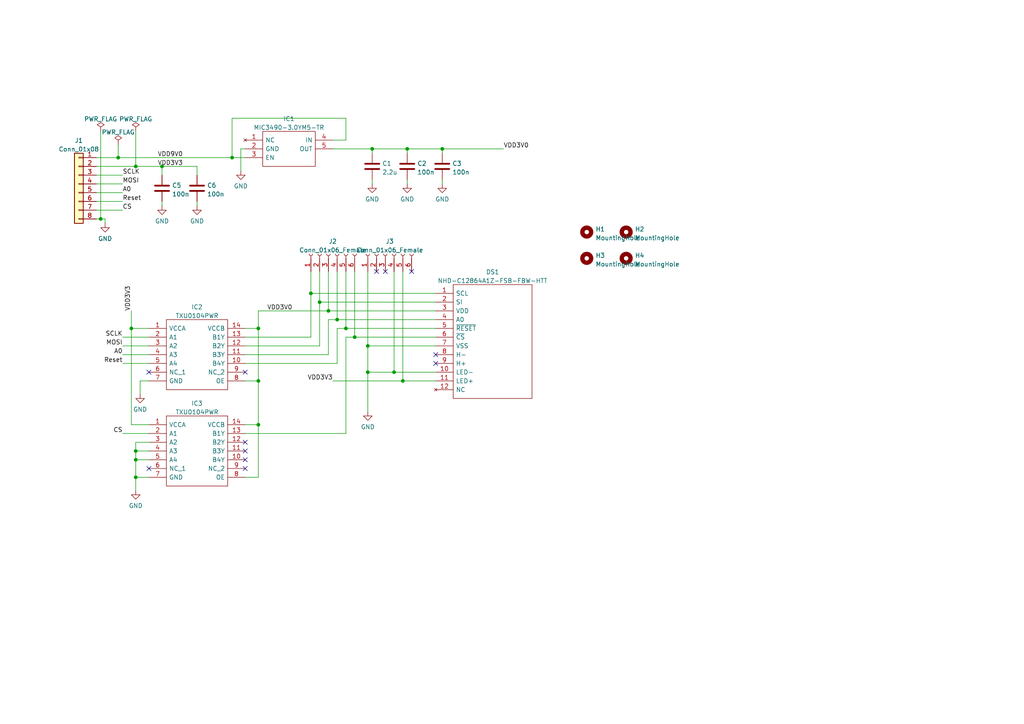
<source format=kicad_sch>
(kicad_sch (version 20211123) (generator eeschema)
  (paper "A4")
  (lib_symbols
    (symbol "Connector:Conn_01x06_Female" (pin_names (offset 1.016) hide)
      (property "Reference" "J" (at 0 7.62 0))
      (property "Value" "Conn_01x06_Female" (at 0 -10.16 0))
      (symbol "Conn_01x06_Female_1_1"
        (arc (start 0 -7.112) (mid -0.508 -7.62) (end 0 -8.128) (stroke (width 0.1524)))
        (arc (start 0 -4.572) (mid -0.508 -5.08) (end 0 -5.588) (stroke (width 0.1524)))
        (arc (start 0 -2.032) (mid -0.508 -2.54) (end 0 -3.048) (stroke (width 0.1524)))
        (polyline (pts (xy -1.27 -7.62) (xy -0.508 -7.62)) (stroke (width 0.1524)))
        (polyline (pts (xy -1.27 -5.08) (xy -0.508 -5.08)) (stroke (width 0.1524)))
        (polyline (pts (xy -1.27 -2.54) (xy -0.508 -2.54)) (stroke (width 0.1524)))
        (polyline (pts (xy -1.27 0) (xy -0.508 0)) (stroke (width 0.1524)))
        (polyline (pts (xy -1.27 2.54) (xy -0.508 2.54)) (stroke (width 0.1524)))
        (polyline (pts (xy -1.27 5.08) (xy -0.508 5.08)) (stroke (width 0.1524)))
        (arc (start 0 0.508) (mid -0.508 0) (end 0 -0.508) (stroke (width 0.1524)))
        (arc (start 0 3.048) (mid -0.508 2.54) (end 0 2.032) (stroke (width 0.1524)))
        (arc (start 0 5.588) (mid -0.508 5.08) (end 0 4.572) (stroke (width 0.1524)))
        (pin passive line (at -5.08 5.08 0) (length 3.81) (name "Pin_1") (number "1"))
        (pin passive line (at -5.08 2.54 0) (length 3.81) (name "Pin_2") (number "2"))
        (pin passive line (at -5.08 0 0) (length 3.81) (name "Pin_3") (number "3"))
        (pin passive line (at -5.08 -2.54 0) (length 3.81) (name "Pin_4") (number "4"))
        (pin passive line (at -5.08 -5.08 0) (length 3.81) (name "Pin_5") (number "5"))
        (pin passive line (at -5.08 -7.62 0) (length 3.81) (name "Pin_6") (number "6"))
      )
    )
    (symbol "Connector_Generic:Conn_01x08" (pin_names (offset 1.016) hide)
      (property "Reference" "J" (at 0 10.16 0))
      (property "Value" "Conn_01x08" (at 0 -12.7 0))
      (symbol "Conn_01x08_1_1"
        (rectangle (start -1.27 -10.033) (end 0 -10.287) (stroke (width 0.1524)))
        (rectangle (start -1.27 -7.493) (end 0 -7.747) (stroke (width 0.1524)))
        (rectangle (start -1.27 -4.953) (end 0 -5.207) (stroke (width 0.1524)))
        (rectangle (start -1.27 -2.413) (end 0 -2.667) (stroke (width 0.1524)))
        (rectangle (start -1.27 0.127) (end 0 -0.127) (stroke (width 0.1524)))
        (rectangle (start -1.27 2.667) (end 0 2.413) (stroke (width 0.1524)))
        (rectangle (start -1.27 5.207) (end 0 4.953) (stroke (width 0.1524)))
        (rectangle (start -1.27 7.747) (end 0 7.493) (stroke (width 0.1524)))
        (rectangle (start -1.27 8.89) (end 1.27 -11.43) (stroke (width 0.254)) (fill (type background)))
        (pin passive line (at -5.08 7.62 0) (length 3.81) (name "Pin_1") (number "1"))
        (pin passive line (at -5.08 5.08 0) (length 3.81) (name "Pin_2") (number "2"))
        (pin passive line (at -5.08 2.54 0) (length 3.81) (name "Pin_3") (number "3"))
        (pin passive line (at -5.08 0 0) (length 3.81) (name "Pin_4") (number "4"))
        (pin passive line (at -5.08 -2.54 0) (length 3.81) (name "Pin_5") (number "5"))
        (pin passive line (at -5.08 -5.08 0) (length 3.81) (name "Pin_6") (number "6"))
        (pin passive line (at -5.08 -7.62 0) (length 3.81) (name "Pin_7") (number "7"))
        (pin passive line (at -5.08 -10.16 0) (length 3.81) (name "Pin_8") (number "8"))
      )
    )
    (symbol "Device:C" (pin_numbers hide) (pin_names (offset 0.254))
      (property "Reference" "C" (at 0.635 2.54 0))
      (property "Value" "C" (at 0.635 -2.54 0))
      (symbol "C_0_1"
        (polyline (pts (xy -2.032 -0.762) (xy 2.032 -0.762)) (stroke (width 0.508)))
        (polyline (pts (xy -2.032 0.762) (xy 2.032 0.762)) (stroke (width 0.508)))
      )
      (symbol "C_1_1"
        (pin passive line (at 0 3.81 270) (length 2.794) (name "~") (number "1"))
        (pin passive line (at 0 -3.81 90) (length 2.794) (name "~") (number "2"))
      )
    )
    (symbol "Mechanical:MountingHole" (pin_names (offset 1.016))
      (property "Reference" "H" (at 0 5.08 0))
      (property "Value" "MountingHole" (at 0 3.175 0))
      (symbol "MountingHole_0_1"
        (circle (center 0 0) (radius 1.27) (stroke (width 1.27)))
      )
    )
    (symbol "SamacSys_Parts:MIC3490-3.0YM5-TR" (pin_names (offset 0.762))
      (property "Reference" "IC" (at 21.59 7.62 0))
      (property "Value" "MIC3490-3.0YM5-TR" (at 21.59 5.08 0))
      (symbol "MIC3490-3.0YM5-TR_0_0"
        (pin no_connect line (at 0 0 0) (length 5.08) (name "NC") (number "1"))
        (pin power_in line (at 0 -2.54 0) (length 5.08) (name "GND") (number "2"))
        (pin input line (at 0 -5.08 0) (length 5.08) (name "EN") (number "3"))
        (pin input line (at 25.4 0 180) (length 5.08) (name "IN") (number "4"))
        (pin output line (at 25.4 -2.54 180) (length 5.08) (name "OUT") (number "5"))
      )
      (symbol "MIC3490-3.0YM5-TR_0_1"
        (polyline (pts (xy 5.08 2.54) (xy 20.32 2.54) (xy 20.32 -7.62) (xy 5.08 -7.62) (xy 5.08 2.54)) (stroke (width 0.1524)))
      )
    )
    (symbol "SamacSys_Parts:NHD-C12864A1Z-FSB-FBW-HTT" (pin_names (offset 0.762))
      (property "Reference" "DS" (at 29.21 7.62 0))
      (property "Value" "NHD-C12864A1Z-FSB-FBW-HTT" (at 29.21 5.08 0))
      (symbol "NHD-C12864A1Z-FSB-FBW-HTT_0_0"
        (pin passive line (at 0 0 0) (length 5.08) (name "SCL") (number "1"))
        (pin passive line (at 0 -22.86 0) (length 5.08) (name "LED-") (number "10"))
        (pin passive line (at 0 -25.4 0) (length 5.08) (name "LED+") (number "11"))
        (pin no_connect line (at 0 -27.94 0) (length 5.08) (name "NC") (number "12"))
        (pin passive line (at 0 -2.54 0) (length 5.08) (name "SI") (number "2"))
        (pin passive line (at 0 -5.08 0) (length 5.08) (name "VDD") (number "3"))
        (pin passive line (at 0 -7.62 0) (length 5.08) (name "A0") (number "4"))
        (pin passive line (at 0 -10.16 0) (length 5.08) (name "~{RESET}") (number "5"))
        (pin passive line (at 0 -12.7 0) (length 5.08) (name "~{CS}") (number "6"))
        (pin passive line (at 0 -15.24 0) (length 5.08) (name "VSS") (number "7"))
        (pin passive line (at 0 -17.78 0) (length 5.08) (name "H-") (number "8"))
        (pin passive line (at 0 -20.32 0) (length 5.08) (name "H+") (number "9"))
      )
      (symbol "NHD-C12864A1Z-FSB-FBW-HTT_0_1"
        (polyline (pts (xy 5.08 2.54) (xy 27.94 2.54) (xy 27.94 -30.48) (xy 5.08 -30.48) (xy 5.08 2.54)) (stroke (width 0.1524)))
      )
    )
    (symbol "SamacSys_Parts:TXU0104PWR" (pin_names (offset 0.762))
      (property "Reference" "IC" (at 24.13 7.62 0))
      (property "Value" "TXU0104PWR" (at 24.13 5.08 0))
      (symbol "TXU0104PWR_0_0"
        (pin passive line (at 0 0 0) (length 5.08) (name "VCCA") (number "1"))
        (pin passive line (at 27.94 -10.16 180) (length 5.08) (name "B4Y") (number "10"))
        (pin passive line (at 27.94 -7.62 180) (length 5.08) (name "B3Y") (number "11"))
        (pin passive line (at 27.94 -5.08 180) (length 5.08) (name "B2Y") (number "12"))
        (pin passive line (at 27.94 -2.54 180) (length 5.08) (name "B1Y") (number "13"))
        (pin passive line (at 27.94 0 180) (length 5.08) (name "VCCB") (number "14"))
        (pin passive line (at 0 -2.54 0) (length 5.08) (name "A1") (number "2"))
        (pin passive line (at 0 -5.08 0) (length 5.08) (name "A2") (number "3"))
        (pin passive line (at 0 -7.62 0) (length 5.08) (name "A3") (number "4"))
        (pin passive line (at 0 -10.16 0) (length 5.08) (name "A4") (number "5"))
        (pin passive line (at 0 -12.7 0) (length 5.08) (name "NC_1") (number "6"))
        (pin passive line (at 0 -15.24 0) (length 5.08) (name "GND") (number "7"))
        (pin passive line (at 27.94 -15.24 180) (length 5.08) (name "OE") (number "8"))
        (pin passive line (at 27.94 -12.7 180) (length 5.08) (name "NC_2") (number "9"))
      )
      (symbol "TXU0104PWR_0_1"
        (polyline (pts (xy 5.08 2.54) (xy 22.86 2.54) (xy 22.86 -17.78) (xy 5.08 -17.78) (xy 5.08 2.54)) (stroke (width 0.1524)))
      )
    )
    (symbol "power:GND" (power) (pin_names (offset 0))
      (property "Value" "GND" (at 0 -3.81 0))
      (symbol "GND_0_1"
        (polyline (pts (xy 0 0) (xy 0 -1.27) (xy 1.27 -1.27) (xy 0 -2.54) (xy -1.27 -1.27) (xy 0 -1.27)))
      )
      (symbol "GND_1_1"
        (pin power_in line (at 0 0 270) (length 0) hide (name "GND") (number "1"))
      )
    )
    (symbol "power:PWR_FLAG" (power) (pin_numbers hide) (pin_names (offset 0) hide)
      (property "Value" "PWR_FLAG" (at 0 3.81 0))
      (symbol "PWR_FLAG_0_0"
        (pin power_out line (at 0 0 90) (length 0) (name "pwr") (number "1"))
      )
      (symbol "PWR_FLAG_0_1"
        (polyline (pts (xy 0 0) (xy 0 1.27) (xy -1.016 1.905) (xy 0 2.54) (xy 1.016 1.905) (xy 0 1.27)))
      )
    )
  )
  (junction (at 38.1 95.25))
  (junction (at 92.71 87.63))
  (junction (at 106.68 100.33))
  (junction (at 97.79 92.71))
  (junction (at 46.99 48.26))
  (junction (at 67.31 45.72))
  (junction (at 29.21 63.5))
  (junction (at 74.93 110.49))
  (junction (at 39.37 130.81))
  (junction (at 107.95 43.18))
  (junction (at 90.17 85.09))
  (junction (at 118.11 43.18))
  (junction (at 102.87 97.79))
  (junction (at 39.37 138.43))
  (junction (at 34.29 45.72))
  (junction (at 116.84 110.49))
  (junction (at 74.93 95.25))
  (junction (at 39.37 133.35))
  (junction (at 114.3 107.95))
  (junction (at 74.93 123.19))
  (junction (at 100.33 95.25))
  (junction (at 39.37 48.26))
  (junction (at 95.25 90.17))
  (junction (at 128.27 43.18))
  (junction (at 106.68 107.95))
  (no_connect (at 71.12 107.95))
  (no_connect (at 43.18 107.95))
  (no_connect (at 109.22 78.74))
  (no_connect (at 126.365 105.41))
  (no_connect (at 126.365 102.87))
  (no_connect (at 111.76 78.74))
  (no_connect (at 119.38 78.74))
  (no_connect (at 43.18 135.89))
  (no_connect (at 71.12 135.89))
  (no_connect (at 71.12 133.35))
  (no_connect (at 71.12 130.81))
  (no_connect (at 71.12 128.27))
  (wire (pts (xy 97.79 95.25) (xy 100.33 95.25)))
  (wire (pts (xy 74.93 110.49) (xy 74.93 95.25)))
  (wire (pts (xy 43.18 128.27) (xy 39.37 128.27)))
  (wire (pts (xy 40.64 114.3) (xy 40.64 110.49)))
  (wire (pts (xy 39.37 133.35) (xy 39.37 138.43)))
  (wire (pts (xy 67.31 45.72) (xy 71.12 45.72)))
  (wire (pts (xy 126.365 100.33) (xy 106.68 100.33)))
  (wire (pts (xy 35.56 55.88) (xy 27.94 55.88)))
  (wire (pts (xy 38.1 95.25) (xy 43.18 95.25)))
  (wire (pts (xy 107.95 52.07) (xy 107.95 53.34)))
  (wire (pts (xy 74.93 138.43) (xy 74.93 123.19)))
  (wire (pts (xy 126.365 107.95) (xy 114.3 107.95)))
  (wire (pts (xy 35.56 105.41) (xy 43.18 105.41)))
  (wire (pts (xy 57.15 48.26) (xy 57.15 50.8)))
  (wire (pts (xy 46.99 48.26) (xy 46.99 50.8)))
  (wire (pts (xy 27.94 48.26) (xy 39.37 48.26)))
  (wire (pts (xy 71.12 43.18) (xy 69.85 43.18)))
  (wire (pts (xy 106.68 107.95) (xy 106.68 119.38)))
  (wire (pts (xy 128.27 52.07) (xy 128.27 53.34)))
  (wire (pts (xy 107.95 43.18) (xy 118.11 43.18)))
  (wire (pts (xy 97.79 105.41) (xy 97.79 95.25)))
  (wire (pts (xy 128.27 43.18) (xy 128.27 44.45)))
  (wire (pts (xy 39.37 133.35) (xy 43.18 133.35)))
  (wire (pts (xy 92.71 87.63) (xy 126.365 87.63)))
  (wire (pts (xy 106.68 78.74) (xy 106.68 100.33)))
  (wire (pts (xy 100.33 97.79) (xy 102.87 97.79)))
  (wire (pts (xy 90.17 78.74) (xy 90.17 85.09)))
  (wire (pts (xy 39.37 130.81) (xy 43.18 130.81)))
  (wire (pts (xy 35.56 102.87) (xy 43.18 102.87)))
  (wire (pts (xy 128.27 43.18) (xy 146.05 43.18)))
  (wire (pts (xy 35.56 125.73) (xy 43.18 125.73)))
  (wire (pts (xy 92.71 78.74) (xy 92.71 87.63)))
  (wire (pts (xy 39.37 128.27) (xy 39.37 130.81)))
  (wire (pts (xy 39.37 138.43) (xy 39.37 142.24)))
  (wire (pts (xy 29.21 38.1) (xy 29.21 63.5)))
  (wire (pts (xy 29.21 63.5) (xy 27.94 63.5)))
  (wire (pts (xy 74.93 123.19) (xy 74.93 110.49)))
  (wire (pts (xy 71.12 102.87) (xy 95.25 102.87)))
  (wire (pts (xy 57.15 58.42) (xy 57.15 59.69)))
  (wire (pts (xy 95.25 102.87) (xy 95.25 92.71)))
  (wire (pts (xy 126.365 90.17) (xy 95.25 90.17)))
  (wire (pts (xy 118.11 43.18) (xy 128.27 43.18)))
  (wire (pts (xy 35.56 97.79) (xy 43.18 97.79)))
  (wire (pts (xy 92.71 100.33) (xy 92.71 87.63)))
  (wire (pts (xy 38.1 90.17) (xy 38.1 95.25)))
  (wire (pts (xy 97.79 92.71) (xy 126.365 92.71)))
  (wire (pts (xy 46.99 58.42) (xy 46.99 59.69)))
  (wire (pts (xy 38.1 95.25) (xy 38.1 123.19)))
  (wire (pts (xy 67.31 45.72) (xy 67.31 34.29)))
  (wire (pts (xy 71.12 138.43) (xy 74.93 138.43)))
  (wire (pts (xy 97.79 78.74) (xy 97.79 92.71)))
  (wire (pts (xy 90.17 85.09) (xy 126.365 85.09)))
  (wire (pts (xy 95.25 92.71) (xy 97.79 92.71)))
  (wire (pts (xy 43.18 138.43) (xy 39.37 138.43)))
  (wire (pts (xy 30.48 63.5) (xy 29.21 63.5)))
  (wire (pts (xy 40.64 110.49) (xy 43.18 110.49)))
  (wire (pts (xy 38.1 123.19) (xy 43.18 123.19)))
  (wire (pts (xy 35.56 60.96) (xy 27.94 60.96)))
  (wire (pts (xy 27.94 45.72) (xy 34.29 45.72)))
  (wire (pts (xy 71.12 100.33) (xy 92.71 100.33)))
  (wire (pts (xy 95.25 78.74) (xy 95.25 90.17)))
  (wire (pts (xy 106.68 100.33) (xy 106.68 107.95)))
  (wire (pts (xy 74.93 95.25) (xy 71.12 95.25)))
  (wire (pts (xy 35.56 58.42) (xy 27.94 58.42)))
  (wire (pts (xy 71.12 125.73) (xy 100.33 125.73)))
  (wire (pts (xy 116.84 78.74) (xy 116.84 110.49)))
  (wire (pts (xy 35.56 53.34) (xy 27.94 53.34)))
  (wire (pts (xy 90.17 97.79) (xy 90.17 85.09)))
  (wire (pts (xy 114.3 107.95) (xy 106.68 107.95)))
  (wire (pts (xy 114.3 78.74) (xy 114.3 107.95)))
  (wire (pts (xy 39.37 48.26) (xy 46.99 48.26)))
  (wire (pts (xy 96.52 110.49) (xy 116.84 110.49)))
  (wire (pts (xy 100.33 78.74) (xy 100.33 95.25)))
  (wire (pts (xy 118.11 43.18) (xy 118.11 44.45)))
  (wire (pts (xy 74.93 90.17) (xy 74.93 95.25)))
  (wire (pts (xy 71.12 105.41) (xy 97.79 105.41)))
  (wire (pts (xy 35.56 100.33) (xy 43.18 100.33)))
  (wire (pts (xy 67.31 34.29) (xy 100.33 34.29)))
  (wire (pts (xy 116.84 110.49) (xy 126.365 110.49)))
  (wire (pts (xy 35.56 50.8) (xy 27.94 50.8)))
  (wire (pts (xy 102.87 78.74) (xy 102.87 97.79)))
  (wire (pts (xy 39.37 130.81) (xy 39.37 133.35)))
  (wire (pts (xy 107.95 43.18) (xy 107.95 44.45)))
  (wire (pts (xy 39.37 38.1) (xy 39.37 48.26)))
  (wire (pts (xy 96.52 40.64) (xy 100.33 40.64)))
  (wire (pts (xy 118.11 52.07) (xy 118.11 53.34)))
  (wire (pts (xy 95.25 90.17) (xy 74.93 90.17)))
  (wire (pts (xy 69.85 43.18) (xy 69.85 49.53)))
  (wire (pts (xy 46.99 48.26) (xy 57.15 48.26)))
  (wire (pts (xy 71.12 123.19) (xy 74.93 123.19)))
  (wire (pts (xy 71.12 97.79) (xy 90.17 97.79)))
  (wire (pts (xy 71.12 110.49) (xy 74.93 110.49)))
  (wire (pts (xy 100.33 125.73) (xy 100.33 97.79)))
  (wire (pts (xy 100.33 95.25) (xy 126.365 95.25)))
  (wire (pts (xy 34.29 41.91) (xy 34.29 45.72)))
  (wire (pts (xy 102.87 97.79) (xy 126.365 97.79)))
  (wire (pts (xy 30.48 64.77) (xy 30.48 63.5)))
  (wire (pts (xy 34.29 45.72) (xy 67.31 45.72)))
  (wire (pts (xy 100.33 34.29) (xy 100.33 40.64)))
  (wire (pts (xy 96.52 43.18) (xy 107.95 43.18)))
  (label "MOSI" (at 35.56 53.34 0))
  (label "VDD9V0" (at 45.72 45.72 0))
  (label "VDD3V3" (at 38.1 90.17 90))
  (label "VDD3V0" (at 146.05 43.18 0))
  (label "SCLK" (at 35.56 50.8 0))
  (label "CS" (at 35.56 125.73 180))
  (label "VDD3V3" (at 96.52 110.49 180))
  (label "Reset" (at 35.56 105.41 180))
  (label "SCLK" (at 35.56 97.79 180))
  (label "MOSI" (at 35.56 100.33 180))
  (label "VDD3V0" (at 77.47 90.17 0))
  (label "VDD3V3" (at 45.72 48.26 0))
  (label "Reset" (at 35.56 58.42 0))
  (label "CS" (at 35.56 60.96 0))
  (label "A0" (at 35.56 55.88 0))
  (label "A0" (at 35.56 102.87 180))
  (symbol (lib_id "power:GND") (at 39.37 142.24 0) (unit 1)
    (property "Reference" "#PWR06" (effects hide))
    (property "Value" "GND" (at 39.37 146.6834 0))
  )
  (symbol (lib_id "power:PWR_FLAG") (at 39.37 38.1 0) (unit 1)
    (property "Reference" "#FLG01" (effects hide))
    (property "Value" "PWR_FLAG" (at 39.37 34.5242 0))
  )
  (symbol (lib_id "SamacSys_Parts:NHD-C12864A1Z-FSB-FBW-HTT") (at 126.365 85.09 0) (unit 1)
    (property "Reference" "DS1" (at 142.875 78.901 0))
    (property "Value" "NHD-C12864A1Z-FSB-FBW-HTT" (at 142.875 81.4379 0))
    (property "Footprint" "SamacSys_Parts:NHDC12864A1ZFSBFBWHTT" (effects hide))
    (property "Datasheet" "http://www.newhavendisplay.com/specs/NHD-C12864A1Z-FSB-FBW-HTT.pdf" (effects hide))
    (property "Description" "LCD Graphic Display Modules & Accessories COG FSTN(+) 128x64 Blue w/Heater" (effects hide))
    (property "Height" "10" (effects hide))
    (property "Manufacturer_Name" "Newhaven Display" (effects hide))
    (property "Manufacturer_Part_Number" "NHD-C12864A1Z-FSB-FBW-HTT" (effects hide))
    (property "Mouser Part Number" "763-C12864A1ZFSBFBWH" (effects hide))
    (property "Mouser Price/Stock" "https://www.mouser.co.uk/ProductDetail/Newhaven-Display/NHD-C12864A1Z-FSB-FBW-HTT?qs=krDt2o00aZeTqEjRoSuO%2FQ%3D%3D" (effects hide))
  )
  (symbol (lib_id "power:PWR_FLAG") (at 29.21 38.1 0) (mirror y) (unit 1)
    (property "Reference" "#FLG0101" (effects hide))
    (property "Value" "PWR_FLAG" (at 29.21 34.5242 0))
  )
  (symbol (lib_id "SamacSys_Parts:MIC3490-3.0YM5-TR") (at 71.12 40.64 0) (unit 1)
    (property "Reference" "IC1" (at 83.82 34.451 0))
    (property "Value" "MIC3490-3.0YM5-TR" (at 83.82 36.9879 0))
    (property "Footprint" "SamacSys_Parts:SOT95P280X145-5N" (effects hide))
    (property "Datasheet" "https://mouser.componentsearchengine.com/Datasheets/1/MIC3490-3.0YM5-TR.pdf" (effects hide))
    (property "Description" "LDO Voltage Regulators High Vin, Low Iq Regulator" (effects hide))
    (property "Height" "1.45" (effects hide))
    (property "Manufacturer_Name" "Microchip" (effects hide))
    (property "Manufacturer_Part_Number" "MIC3490-3.0YM5-TR" (effects hide))
    (property "Mouser Part Number" "579-MIC349030YM5TR" (effects hide))
    (property "Mouser Price/Stock" "https://www.mouser.co.uk/ProductDetail/Microchip-Technology/MIC3490-30YM5-TR?qs=3HJ2avRr9PJXEC5NCna6KQ%3D%3D" (effects hide))
    (property "Arrow Part Number" "MIC3490-3.0YM5-TR" (effects hide))
    (property "Arrow Price/Stock" "https://www.arrow.com/en/products/mic3490-3.0ym5-tr/microchip-technology?region=nac" (effects hide))
  )
  (symbol (lib_id "Mechanical:MountingHole") (at 170.18 67.31 0) (unit 1)
    (property "Reference" "H1" (at 172.72 66.4753 0) (effects (justify left)))
    (property "Value" "MountingHole" (at 172.72 69.0122 0) (effects (justify left)))
    (property "Footprint" "MountingHole:MountingHole_3.2mm_M3" (effects hide))
  )
  (symbol (lib_id "power:PWR_FLAG") (at 34.29 41.91 0) (mirror y) (unit 1)
    (property "Reference" "#FLG02" (effects hide))
    (property "Value" "PWR_FLAG" (at 34.29 38.3342 0))
  )
  (symbol (lib_id "power:GND") (at 30.48 64.77 0) (unit 1)
    (property "Reference" "#PWR03" (effects hide))
    (property "Value" "GND" (at 30.48 69.2134 0))
  )
  (symbol (lib_id "SamacSys_Parts:TXU0104PWR") (at 43.18 95.25 0) (unit 1)
    (property "Reference" "IC2" (at 57.15 89.061 0))
    (property "Value" "TXU0104PWR" (at 57.15 91.5979 0))
    (property "Footprint" "SamacSys_Parts:SOP65P640X120-14N" (effects hide))
    (property "Datasheet" "https://www.ti.com/lit/ds/symlink/txu0104.pdf?ts=1625451640473&ref_url=https%253A%252F%252Fwww.ti.com%252Fsitesearch%252Fdocs%252Funiversalsearch.tsp%253FlangPref%253Den-US%2526searchTerm%253DTXU0104PWR%2526nr%253D4" (effects hide))
    (property "Description" "Translation - Voltage Levels Four channel unidirectional level shifter" (effects hide))
    (property "Height" "1.2" (effects hide))
    (property "Manufacturer_Name" "Texas Instruments" (effects hide))
    (property "Manufacturer_Part_Number" "TXU0104PWR" (effects hide))
    (property "Mouser Part Number" "595-TXU0104PWR" (effects hide))
    (property "Mouser Price/Stock" "https://www.mouser.co.uk/ProductDetail/Texas-Instruments/TXU0104PWR?qs=QNEnbhJQKvYcSGbLlthvAQ%3D%3D" (effects hide))
    (property "Arrow Part Number" "TXU0104PWR" (effects hide))
    (property "Arrow Price/Stock" "https://www.arrow.com/en/products/txu0104pwr/texas-instruments?region=nac" (effects hide))
  )
  (symbol (lib_id "Device:C") (at 128.27 48.26 0) (unit 1)
    (property "Reference" "C3" (at 131.191 47.4253 0) (effects (justify left)))
    (property "Value" "100n" (at 131.191 49.9622 0) (effects (justify left)))
    (property "Footprint" "Capacitor_SMD:C_1206_3216Metric_Pad1.33x1.80mm_HandSolder" (effects hide))
  )
  (symbol (lib_id "Mechanical:MountingHole") (at 170.18 74.93 0) (unit 1)
    (property "Reference" "H3" (at 172.72 74.0953 0) (effects (justify left)))
    (property "Value" "MountingHole" (at 172.72 76.6322 0) (effects (justify left)))
    (property "Footprint" "MountingHole:MountingHole_3.2mm_M3" (effects hide))
  )
  (symbol (lib_id "power:GND") (at 128.27 53.34 0) (unit 1)
    (property "Reference" "#PWR08" (effects hide))
    (property "Value" "GND" (at 128.27 57.7834 0))
  )
  (symbol (lib_id "power:GND") (at 46.99 59.69 0) (unit 1)
    (property "Reference" "#PWR010" (effects hide))
    (property "Value" "GND" (at 46.99 64.1334 0))
  )
  (symbol (lib_id "Device:C") (at 57.15 54.61 0) (unit 1)
    (property "Reference" "C6" (at 60.071 53.7753 0) (effects (justify left)))
    (property "Value" "100n" (at 60.071 56.3122 0) (effects (justify left)))
    (property "Footprint" "Capacitor_SMD:C_1206_3216Metric_Pad1.33x1.80mm_HandSolder" (effects hide))
  )
  (symbol (lib_id "Connector_Generic:Conn_01x08") (at 22.86 53.34 0) (mirror y) (unit 1)
    (property "Reference" "J1" (at 22.86 40.7502 0))
    (property "Value" "Conn_01x08" (at 22.86 43.2871 0))
    (property "Footprint" "Connector_JST:JST_PH_B8B-PH-K_1x08_P2.00mm_Vertical" (effects hide))
  )
  (symbol (lib_id "power:GND") (at 106.68 119.38 0) (unit 1)
    (property "Reference" "#PWR05" (effects hide))
    (property "Value" "GND" (at 106.68 123.8234 0))
  )
  (symbol (lib_id "power:GND") (at 57.15 59.69 0) (unit 1)
    (property "Reference" "#PWR011" (effects hide))
    (property "Value" "GND" (at 57.15 64.1334 0))
  )
  (symbol (lib_id "power:GND") (at 118.11 53.34 0) (unit 1)
    (property "Reference" "#PWR07" (effects hide))
    (property "Value" "GND" (at 118.11 57.7834 0))
  )
  (symbol (lib_id "Mechanical:MountingHole") (at 181.61 67.31 0) (unit 1)
    (property "Reference" "H2" (at 184.15 66.4753 0) (effects (justify left)))
    (property "Value" "MountingHole" (at 184.15 69.0122 0) (effects (justify left)))
    (property "Footprint" "MountingHole:MountingHole_3.2mm_M3" (effects hide))
  )
  (symbol (lib_id "Device:C") (at 118.11 48.26 0) (unit 1)
    (property "Reference" "C2" (at 121.031 47.4253 0) (effects (justify left)))
    (property "Value" "100n" (at 121.031 49.9622 0) (effects (justify left)))
    (property "Footprint" "Capacitor_SMD:C_1206_3216Metric_Pad1.33x1.80mm_HandSolder" (effects hide))
  )
  (symbol (lib_id "power:GND") (at 69.85 49.53 0) (unit 1)
    (property "Reference" "#PWR01" (effects hide))
    (property "Value" "GND" (at 69.85 53.9734 0))
  )
  (symbol (lib_id "Mechanical:MountingHole") (at 181.61 74.93 0) (unit 1)
    (property "Reference" "H4" (at 184.15 74.0953 0) (effects (justify left)))
    (property "Value" "MountingHole" (at 184.15 76.6322 0) (effects (justify left)))
    (property "Footprint" "MountingHole:MountingHole_3.2mm_M3" (effects hide))
  )
  (symbol (lib_id "Device:C") (at 107.95 48.26 0) (unit 1)
    (property "Reference" "C1" (at 110.871 47.4253 0) (effects (justify left)))
    (property "Value" "2.2u" (at 110.871 49.9622 0) (effects (justify left)))
    (property "Footprint" "Capacitor_SMD:C_1206_3216Metric_Pad1.33x1.80mm_HandSolder" (effects hide))
  )
  (symbol (lib_id "power:GND") (at 107.95 53.34 0) (unit 1)
    (property "Reference" "#PWR02" (effects hide))
    (property "Value" "GND" (at 107.95 57.7834 0))
  )
  (symbol (lib_id "Device:C") (at 46.99 54.61 0) (unit 1)
    (property "Reference" "C5" (at 49.911 53.7753 0) (effects (justify left)))
    (property "Value" "100n" (at 49.911 56.3122 0) (effects (justify left)))
    (property "Footprint" "Capacitor_SMD:C_1206_3216Metric_Pad1.33x1.80mm_HandSolder" (effects hide))
  )
  (symbol (lib_id "Connector:Conn_01x06_Female") (at 111.76 73.66 90) (unit 1)
    (property "Reference" "J3" (at 113.03 70.011 90))
    (property "Value" "Conn_01x06_Female" (at 113.03 72.5479 90))
    (property "Footprint" "Connector_PinHeader_2.54mm:PinHeader_1x06_P2.54mm_Vertical" (effects hide))
  )
  (symbol (lib_id "SamacSys_Parts:TXU0104PWR") (at 43.18 123.19 0) (unit 1)
    (property "Reference" "IC3" (at 57.15 117.001 0))
    (property "Value" "TXU0104PWR" (at 57.15 119.5379 0))
    (property "Footprint" "SamacSys_Parts:SOP65P640X120-14N" (effects hide))
    (property "Datasheet" "https://www.ti.com/lit/ds/symlink/txu0104.pdf?ts=1625451640473&ref_url=https%253A%252F%252Fwww.ti.com%252Fsitesearch%252Fdocs%252Funiversalsearch.tsp%253FlangPref%253Den-US%2526searchTerm%253DTXU0104PWR%2526nr%253D4" (effects hide))
    (property "Description" "Translation - Voltage Levels Four channel unidirectional level shifter" (effects hide))
    (property "Height" "1.2" (effects hide))
    (property "Manufacturer_Name" "Texas Instruments" (effects hide))
    (property "Manufacturer_Part_Number" "TXU0104PWR" (effects hide))
    (property "Mouser Part Number" "595-TXU0104PWR" (effects hide))
    (property "Mouser Price/Stock" "https://www.mouser.co.uk/ProductDetail/Texas-Instruments/TXU0104PWR?qs=QNEnbhJQKvYcSGbLlthvAQ%3D%3D" (effects hide))
    (property "Arrow Part Number" "TXU0104PWR" (effects hide))
    (property "Arrow Price/Stock" "https://www.arrow.com/en/products/txu0104pwr/texas-instruments?region=nac" (effects hide))
  )
  (symbol (lib_id "Connector:Conn_01x06_Female") (at 95.25 73.66 90) (unit 1)
    (property "Reference" "J2" (at 96.52 70.011 90))
    (property "Value" "Conn_01x06_Female" (at 96.52 72.5479 90))
    (property "Footprint" "Connector_PinHeader_2.54mm:PinHeader_1x06_P2.54mm_Vertical" (effects hide))
  )
  (symbol (lib_id "power:GND") (at 40.64 114.3 0) (unit 1)
    (property "Reference" "#PWR04" (effects hide))
    (property "Value" "GND" (at 40.64 118.7434 0))
  )
)
</source>
